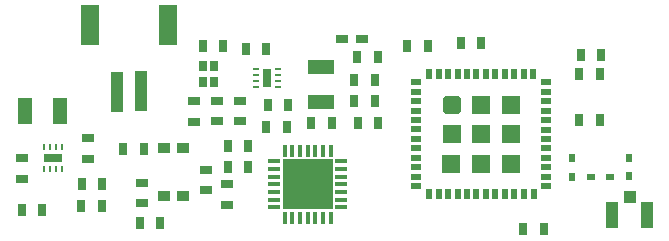
<source format=gtp>
G04 Layer_Color=8421504*
%FSAX25Y25*%
%MOIN*%
G70*
G01*
G75*
%ADD12R,0.03150X0.03937*%
%ADD13R,0.03937X0.03150*%
%ADD14R,0.05905X0.13386*%
%ADD15R,0.03937X0.13386*%
%ADD16R,0.00984X0.01968*%
%ADD17R,0.06496X0.02716*%
%ADD18R,0.03937X0.03543*%
%ADD19R,0.05118X0.08661*%
%ADD20R,0.04134X0.08661*%
%ADD21R,0.03937X0.03937*%
%ADD22R,0.02362X0.03150*%
%ADD23R,0.03150X0.02362*%
%ADD24R,0.08661X0.05118*%
%ADD25R,0.02716X0.06496*%
%ADD26R,0.01968X0.00984*%
%ADD27R,0.01457X0.03937*%
%ADD28R,0.03937X0.01457*%
%ADD29R,0.16732X0.16732*%
%ADD30R,0.03051X0.03445*%
G04:AMPARAMS|DCode=33|XSize=59.05mil|YSize=59.05mil|CornerRadius=5.91mil|HoleSize=0mil|Usage=FLASHONLY|Rotation=0.000|XOffset=0mil|YOffset=0mil|HoleType=Round|Shape=RoundedRectangle|*
%AMROUNDEDRECTD33*
21,1,0.05905,0.04724,0,0,0.0*
21,1,0.04724,0.05905,0,0,0.0*
1,1,0.01181,0.02362,-0.02362*
1,1,0.01181,-0.02362,-0.02362*
1,1,0.01181,-0.02362,0.02362*
1,1,0.01181,0.02362,0.02362*
%
%ADD33ROUNDEDRECTD33*%
%ADD34R,0.05905X0.05905*%
%ADD35R,0.03937X0.03150*%
%ADD58R,0.01929X0.03740*%
%ADD59R,0.03780X0.01968*%
%ADD60R,0.03740X0.01929*%
%ADD61R,0.03740X0.01929*%
D12*
X0441147Y0445433D02*
D03*
X0448022D02*
D03*
X0319404Y0391063D02*
D03*
X0312529D02*
D03*
X0465782Y0446457D02*
D03*
X0458907D02*
D03*
X0486491Y0384488D02*
D03*
X0479616D02*
D03*
X0358774Y0386653D02*
D03*
X0351899D02*
D03*
X0339325Y0392323D02*
D03*
X0332450D02*
D03*
X0332564Y0399764D02*
D03*
X0339439D02*
D03*
X0408982Y0420079D02*
D03*
X0415857D02*
D03*
X0346423Y0411221D02*
D03*
X0353298D02*
D03*
X0498470Y0436299D02*
D03*
X0505345D02*
D03*
X0498824Y0442638D02*
D03*
X0505699D02*
D03*
X0400900Y0418622D02*
D03*
X0394025D02*
D03*
X0424297Y0441850D02*
D03*
X0431172D02*
D03*
X0505210Y0420827D02*
D03*
X0498335D02*
D03*
X0424515Y0420079D02*
D03*
X0431390D02*
D03*
X0430210Y0434252D02*
D03*
X0423335D02*
D03*
X0430210Y0427165D02*
D03*
X0423335D02*
D03*
X0381208Y0405118D02*
D03*
X0388083D02*
D03*
X0381168Y0412362D02*
D03*
X0388043D02*
D03*
X0372822Y0445709D02*
D03*
X0379697D02*
D03*
X0394146Y0444528D02*
D03*
X0387271D02*
D03*
X0401429Y0425866D02*
D03*
X0394554D02*
D03*
D13*
X0385157Y0427357D02*
D03*
Y0420482D02*
D03*
X0377716Y0420517D02*
D03*
Y0427392D02*
D03*
X0369961Y0420263D02*
D03*
Y0427138D02*
D03*
X0373976Y0397546D02*
D03*
Y0404421D02*
D03*
X0352598Y0393215D02*
D03*
Y0400091D02*
D03*
X0381102Y0392625D02*
D03*
Y0399500D02*
D03*
X0334764Y0414777D02*
D03*
Y0407902D02*
D03*
X0312598Y0401326D02*
D03*
Y0408201D02*
D03*
D14*
X0361456Y0452480D02*
D03*
X0335193Y0452525D02*
D03*
D15*
X0344301Y0430429D02*
D03*
X0352214Y0430438D02*
D03*
D16*
X0320039Y0404567D02*
D03*
X0322008D02*
D03*
X0323976D02*
D03*
X0325945D02*
D03*
X0320039Y0412047D02*
D03*
X0322008D02*
D03*
X0323976D02*
D03*
X0325945D02*
D03*
D17*
X0322992Y0408307D02*
D03*
D18*
X0359961Y0395622D02*
D03*
Y0411764D02*
D03*
X0366260D02*
D03*
Y0395622D02*
D03*
D19*
X0313740Y0423858D02*
D03*
X0325394D02*
D03*
D20*
X0521004Y0389421D02*
D03*
X0509390D02*
D03*
D21*
X0515197Y0395327D02*
D03*
D22*
X0514921Y0402165D02*
D03*
Y0408425D02*
D03*
X0496063Y0401929D02*
D03*
Y0408189D02*
D03*
D23*
X0508583Y0401850D02*
D03*
X0502323D02*
D03*
D24*
X0412205Y0426929D02*
D03*
Y0438583D02*
D03*
D25*
X0394291Y0434882D02*
D03*
D26*
X0398031Y0431929D02*
D03*
Y0433898D02*
D03*
Y0435866D02*
D03*
Y0437835D02*
D03*
X0390551Y0431929D02*
D03*
Y0433898D02*
D03*
Y0435866D02*
D03*
Y0437835D02*
D03*
D27*
X0415551Y0410709D02*
D03*
X0412992D02*
D03*
X0410433D02*
D03*
X0407874D02*
D03*
X0405315D02*
D03*
X0402756D02*
D03*
X0400197D02*
D03*
Y0388268D02*
D03*
X0402756D02*
D03*
X0405315D02*
D03*
X0407874D02*
D03*
X0410433D02*
D03*
X0412992D02*
D03*
X0415551D02*
D03*
D28*
X0396654Y0407165D02*
D03*
Y0404606D02*
D03*
Y0402047D02*
D03*
Y0399488D02*
D03*
Y0396929D02*
D03*
Y0394370D02*
D03*
Y0391811D02*
D03*
X0419095D02*
D03*
Y0394370D02*
D03*
Y0396929D02*
D03*
Y0399488D02*
D03*
Y0402047D02*
D03*
Y0404606D02*
D03*
Y0407165D02*
D03*
D29*
X0407874Y0399488D02*
D03*
D30*
X0376713Y0438779D02*
D03*
Y0433760D02*
D03*
X0372874Y0438779D02*
D03*
Y0433760D02*
D03*
D33*
X0455874Y0426043D02*
D03*
D34*
X0465717Y0426043D02*
D03*
X0475559Y0426043D02*
D03*
X0455874Y0416201D02*
D03*
X0465717D02*
D03*
X0475559D02*
D03*
X0455776Y0406358D02*
D03*
X0465717D02*
D03*
X0475559D02*
D03*
D35*
X0425906Y0448032D02*
D03*
X0419213D02*
D03*
D58*
X0483051Y0436240D02*
D03*
X0479862D02*
D03*
X0476713D02*
D03*
X0473563D02*
D03*
X0470413D02*
D03*
X0467264D02*
D03*
X0464114D02*
D03*
X0461004D02*
D03*
X0457854D02*
D03*
X0454705D02*
D03*
X0451555D02*
D03*
X0448366Y0436201D02*
D03*
X0483209Y0396201D02*
D03*
X0479902D02*
D03*
X0476713D02*
D03*
X0473563D02*
D03*
X0470413D02*
D03*
X0467264D02*
D03*
X0464114D02*
D03*
X0460965D02*
D03*
X0457854D02*
D03*
X0454705D02*
D03*
X0451516D02*
D03*
X0448366D02*
D03*
D59*
X0487480Y0398858D02*
D03*
Y0402008D02*
D03*
Y0405158D02*
D03*
Y0408307D02*
D03*
Y0411457D02*
D03*
Y0414606D02*
D03*
Y0417756D02*
D03*
Y0420905D02*
D03*
Y0424055D02*
D03*
Y0427205D02*
D03*
Y0430354D02*
D03*
Y0433504D02*
D03*
X0443937Y0433543D02*
D03*
D60*
X0443917Y0398878D02*
D03*
Y0402028D02*
D03*
Y0405177D02*
D03*
Y0408327D02*
D03*
Y0411476D02*
D03*
Y0414626D02*
D03*
Y0417776D02*
D03*
Y0420925D02*
D03*
Y0427224D02*
D03*
Y0430413D02*
D03*
D61*
Y0424075D02*
D03*
M02*

</source>
